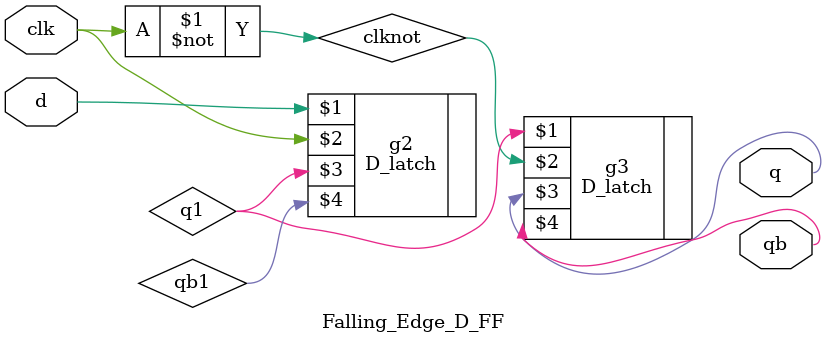
<source format=v>
`timescale 1ns / 1ps
module Falling_Edge_D_FF(d,clk,q,qb);

input d, clk;
output q, qb;

wire clknot, q1, qb1;

not g1 (clknot, clk);

D_latch g2 (d, clk, q1, qb1);
D_latch g3 (q1, clknot, q, qb);
   
endmodule

</source>
